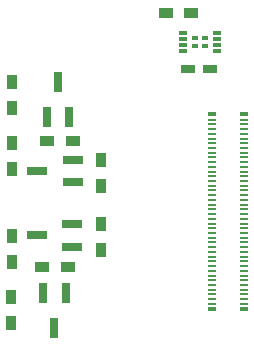
<source format=gbp>
G04 #@! TF.FileFunction,Paste,Bot*
%FSLAX46Y46*%
G04 Gerber Fmt 4.6, Leading zero omitted, Abs format (unit mm)*
G04 Created by KiCad (PCBNEW 4.0.1-stable) date Monday, April 04, 2016 'PMt' 01:11:27 PM*
%MOMM*%
G01*
G04 APERTURE LIST*
%ADD10C,0.100000*%
%ADD11R,0.660000X0.230000*%
%ADD12R,0.660000X0.350000*%
%ADD13R,1.200000X0.750000*%
%ADD14R,0.750000X0.300000*%
%ADD15R,0.525000X0.435000*%
%ADD16R,1.200000X0.900000*%
%ADD17R,0.800100X1.800860*%
%ADD18R,1.800860X0.800100*%
%ADD19R,0.900000X1.200000*%
G04 APERTURE END LIST*
D10*
D11*
X161005000Y-115800000D03*
X158295000Y-115800000D03*
X161005000Y-100200000D03*
X158295000Y-100200000D03*
X161005000Y-115400000D03*
X161005000Y-115000000D03*
X161005000Y-114600000D03*
X161005000Y-114200000D03*
X161005000Y-113800000D03*
X161005000Y-113400000D03*
X161005000Y-113000000D03*
X161005000Y-112600000D03*
X161005000Y-112200000D03*
X161005000Y-111800000D03*
X161005000Y-111400000D03*
X161005000Y-111000000D03*
X161005000Y-110600000D03*
X161005000Y-110200000D03*
X161005000Y-109800000D03*
X161005000Y-109400000D03*
X161005000Y-109000000D03*
X161005000Y-108600000D03*
X161005000Y-108200000D03*
X161005000Y-107800000D03*
X161005000Y-107400000D03*
X161005000Y-107000000D03*
X161005000Y-106600000D03*
X161005000Y-106200000D03*
X161005000Y-105800000D03*
X161005000Y-105400000D03*
X161005000Y-105000000D03*
X161005000Y-104600000D03*
X161005000Y-104200000D03*
X161005000Y-103800000D03*
X161005000Y-103400000D03*
X161005000Y-103000000D03*
X161005000Y-102600000D03*
X161005000Y-102200000D03*
X161005000Y-101800000D03*
X161005000Y-101400000D03*
X161005000Y-101000000D03*
X161005000Y-100600000D03*
D12*
X161005000Y-99725000D03*
X158295000Y-99725000D03*
X161005000Y-116275000D03*
X158295000Y-116275000D03*
D11*
X158295000Y-100600000D03*
X158295000Y-101000000D03*
X158295000Y-101400000D03*
X158295000Y-101800000D03*
X158295000Y-102200000D03*
X158295000Y-102600000D03*
X158295000Y-103000000D03*
X158295000Y-103400000D03*
X158295000Y-103800000D03*
X158295000Y-104200000D03*
X158295000Y-104600000D03*
X158295000Y-105000000D03*
X158295000Y-105400000D03*
X158295000Y-105800000D03*
X158295000Y-106200000D03*
X158295000Y-106600000D03*
X158295000Y-107000000D03*
X158295000Y-107400000D03*
X158295000Y-107800000D03*
X158295000Y-108200000D03*
X158295000Y-108600000D03*
X158295000Y-109000000D03*
X158295000Y-109400000D03*
X158295000Y-109800000D03*
X158295000Y-110200000D03*
X158295000Y-110600000D03*
X158295000Y-111000000D03*
X158295000Y-111400000D03*
X158295000Y-111800000D03*
X158295000Y-112200000D03*
X158295000Y-112600000D03*
X158295000Y-113000000D03*
X158295000Y-113400000D03*
X158295000Y-113800000D03*
X158295000Y-114200000D03*
X158295000Y-114600000D03*
X158295000Y-115000000D03*
X158295000Y-115400000D03*
D13*
X156250000Y-95900000D03*
X158150000Y-95900000D03*
D14*
X158712500Y-92862500D03*
X158712500Y-93362500D03*
X158712500Y-93862500D03*
X158712500Y-94362500D03*
X155812500Y-94362500D03*
X155812500Y-93862500D03*
X155812500Y-93362500D03*
X155812500Y-92862500D03*
D15*
X156825000Y-93975000D03*
X156825000Y-93250000D03*
X157700000Y-93975000D03*
X157700000Y-93250000D03*
D16*
X156550000Y-91200000D03*
X154350000Y-91200000D03*
D17*
X146200000Y-100002280D03*
X144300000Y-100002280D03*
X145250000Y-97000000D03*
D18*
X146500000Y-103600000D03*
X146500000Y-105500000D03*
X143497720Y-104550000D03*
X146451140Y-109050000D03*
X146451140Y-110950000D03*
X143448860Y-110000000D03*
D17*
X144000000Y-114847720D03*
X145900000Y-114847720D03*
X144950000Y-117850000D03*
D19*
X141350000Y-99200000D03*
X141350000Y-97000000D03*
X141350000Y-102150000D03*
X141350000Y-104350000D03*
X141350000Y-112250000D03*
X141350000Y-110050000D03*
X141300000Y-115200000D03*
X141300000Y-117400000D03*
D16*
X146500000Y-102050000D03*
X144300000Y-102050000D03*
D19*
X148900000Y-103600000D03*
X148900000Y-105800000D03*
X148850000Y-109050000D03*
X148850000Y-111250000D03*
D16*
X143900000Y-112700000D03*
X146100000Y-112700000D03*
M02*

</source>
